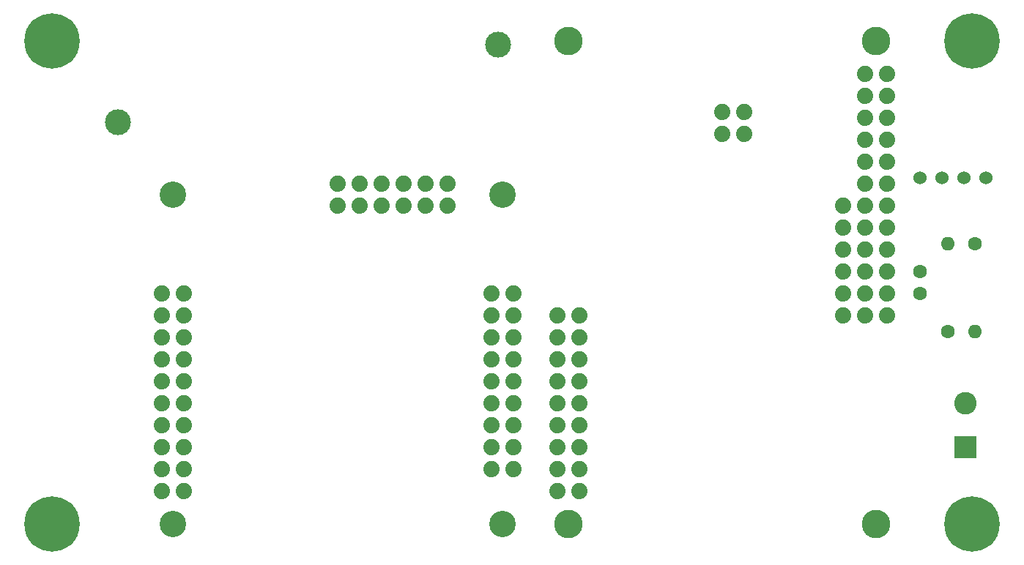
<source format=gts>
G04 #@! TF.GenerationSoftware,KiCad,Pcbnew,(6.0.5-0)*
G04 #@! TF.CreationDate,2022-08-22T16:10:25-04:00*
G04 #@! TF.ProjectId,Cryologger GVT,4372796f-6c6f-4676-9765-72204756542e,rev?*
G04 #@! TF.SameCoordinates,Original*
G04 #@! TF.FileFunction,Soldermask,Top*
G04 #@! TF.FilePolarity,Negative*
%FSLAX46Y46*%
G04 Gerber Fmt 4.6, Leading zero omitted, Abs format (unit mm)*
G04 Created by KiCad (PCBNEW (6.0.5-0)) date 2022-08-22 16:10:25*
%MOMM*%
%LPD*%
G01*
G04 APERTURE LIST*
%ADD10C,3.000000*%
%ADD11C,1.600000*%
%ADD12O,1.600000X1.600000*%
%ADD13C,6.400000*%
%ADD14C,2.600000*%
%ADD15R,2.600000X2.600000*%
%ADD16C,3.302000*%
%ADD17C,1.879600*%
%ADD18C,1.524000*%
%ADD19C,3.048000*%
G04 APERTURE END LIST*
D10*
X146841000Y-66493000D03*
X102841000Y-75493000D03*
D11*
X201930000Y-89515000D03*
D12*
X201930000Y-99675000D03*
D13*
X95250000Y-66040000D03*
X201600000Y-121925000D03*
D11*
X195580000Y-95230000D03*
X195580000Y-92730000D03*
D13*
X95250000Y-121920000D03*
D14*
X200838000Y-107955004D03*
D15*
X200838000Y-113035004D03*
D16*
X154940000Y-121920000D03*
X190500000Y-66040000D03*
X190500000Y-121920000D03*
X154940000Y-66040000D03*
D17*
X153670000Y-97790000D03*
X156210000Y-97790000D03*
X156210000Y-100330000D03*
X153670000Y-100330000D03*
X156210000Y-102870000D03*
X153670000Y-102870000D03*
X156210000Y-105410000D03*
X153670000Y-105410000D03*
X153670000Y-107950000D03*
X156210000Y-107950000D03*
X156210000Y-110490000D03*
X153670000Y-110490000D03*
X156210000Y-113030000D03*
X153670000Y-113030000D03*
X156210000Y-115570000D03*
X153670000Y-115570000D03*
X156210000Y-118110000D03*
X153670000Y-118110000D03*
X191770000Y-69850000D03*
X189230000Y-69850000D03*
X189230000Y-72390000D03*
X191770000Y-72390000D03*
X191770000Y-74930000D03*
X189230000Y-74930000D03*
X189230000Y-77470000D03*
X191770000Y-77470000D03*
X189230000Y-80010000D03*
X191770000Y-80010000D03*
X189230000Y-82550000D03*
X191770000Y-82550000D03*
X191770000Y-85090000D03*
X191770000Y-87630000D03*
X191770000Y-90170000D03*
X191770000Y-92710000D03*
X191770000Y-95250000D03*
X191770000Y-97790000D03*
X189230000Y-85090000D03*
X186690000Y-85090000D03*
X186690000Y-87630000D03*
X189230000Y-87630000D03*
X189230000Y-90170000D03*
X186690000Y-90170000D03*
X186690000Y-92710000D03*
X189230000Y-92710000D03*
X186690000Y-95250000D03*
X189230000Y-95250000D03*
X186690000Y-97790000D03*
X189230000Y-97790000D03*
X175260000Y-76835000D03*
X175260000Y-74295000D03*
X172720000Y-74295000D03*
X172720000Y-76835000D03*
D18*
X195580000Y-81915000D03*
X198120000Y-81915000D03*
X200660000Y-81915000D03*
X203200000Y-81915000D03*
D11*
X198755000Y-99675000D03*
D12*
X198755000Y-89515000D03*
D19*
X109220000Y-83820000D03*
X109220000Y-121920000D03*
X147320000Y-83820000D03*
X147320000Y-121920000D03*
D17*
X107950000Y-95250000D03*
X110490000Y-95250000D03*
X107950000Y-97790000D03*
X110490000Y-97790000D03*
X107950000Y-100330000D03*
X110490000Y-100330000D03*
X107950000Y-102870000D03*
X110490000Y-102870000D03*
X110490000Y-105410000D03*
X107950000Y-105410000D03*
X110490000Y-107950000D03*
X107950000Y-107950000D03*
X110490000Y-110490000D03*
X107950000Y-110490000D03*
X110490000Y-113030000D03*
X107950000Y-113030000D03*
X110490000Y-115570000D03*
X107950000Y-115570000D03*
X107950000Y-118110000D03*
X110490000Y-118110000D03*
X128270000Y-82550000D03*
X128270000Y-85090000D03*
X130810000Y-82550000D03*
X130810000Y-85090000D03*
X133350000Y-82550000D03*
X133350000Y-85090000D03*
X135890000Y-85090000D03*
X135890000Y-82550000D03*
X138430000Y-82550000D03*
X138430000Y-85090000D03*
X140970000Y-85090000D03*
X140970000Y-82550000D03*
X148590000Y-95250000D03*
X146050000Y-95250000D03*
X148590000Y-97790000D03*
X146050000Y-97790000D03*
X146050000Y-100330000D03*
X148590000Y-100330000D03*
X146050000Y-102870000D03*
X148590000Y-102870000D03*
X148590000Y-105410000D03*
X146050000Y-105410000D03*
X146050000Y-107950000D03*
X148590000Y-107950000D03*
X148590000Y-110490000D03*
X146050000Y-110490000D03*
X146050000Y-113030000D03*
X148590000Y-113030000D03*
X146050000Y-115570000D03*
X148590000Y-115570000D03*
D13*
X201600003Y-66045004D03*
M02*

</source>
